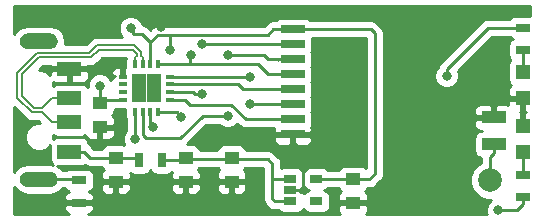
<source format=gbr>
G04 #@! TF.GenerationSoftware,KiCad,Pcbnew,(6.0.0-rc1-dev-438-g6845ac2cc-dirty)*
G04 #@! TF.CreationDate,2018-08-30T21:51:25+02:00*
G04 #@! TF.ProjectId,RapTorS,526170546F72532E6B696361645F7063,rev?*
G04 #@! TF.SameCoordinates,Original*
G04 #@! TF.FileFunction,Copper,L1,Top,Signal*
G04 #@! TF.FilePolarity,Positive*
%FSLAX46Y46*%
G04 Gerber Fmt 4.6, Leading zero omitted, Abs format (unit mm)*
G04 Created by KiCad (PCBNEW (6.0.0-rc1-dev-438-g6845ac2cc-dirty)) date 2018 August 30, Thursday 21:51:25*
%MOMM*%
%LPD*%
G01*
G04 APERTURE LIST*
G04 #@! TA.AperFunction,SMDPad,CuDef*
%ADD10R,1.250000X1.000000*%
G04 #@! TD*
G04 #@! TA.AperFunction,ComponentPad*
%ADD11C,2.000000*%
G04 #@! TD*
G04 #@! TA.AperFunction,SMDPad,CuDef*
%ADD12R,2.000000X1.000000*%
G04 #@! TD*
G04 #@! TA.AperFunction,SMDPad,CuDef*
%ADD13R,2.000000X0.700000*%
G04 #@! TD*
G04 #@! TA.AperFunction,SMDPad,CuDef*
%ADD14R,0.350000X0.800000*%
G04 #@! TD*
G04 #@! TA.AperFunction,SMDPad,CuDef*
%ADD15R,0.800000X0.350000*%
G04 #@! TD*
G04 #@! TA.AperFunction,SMDPad,CuDef*
%ADD16R,1.250000X1.250000*%
G04 #@! TD*
G04 #@! TA.AperFunction,SMDPad,CuDef*
%ADD17R,0.700000X1.300000*%
G04 #@! TD*
G04 #@! TA.AperFunction,SMDPad,CuDef*
%ADD18R,1.200000X1.200000*%
G04 #@! TD*
G04 #@! TA.AperFunction,Conductor*
%ADD19C,0.100000*%
G04 #@! TD*
G04 #@! TA.AperFunction,ComponentPad*
%ADD20C,1.300000*%
G04 #@! TD*
G04 #@! TA.AperFunction,SMDPad,CuDef*
%ADD21R,2.000000X1.200000*%
G04 #@! TD*
G04 #@! TA.AperFunction,SMDPad,CuDef*
%ADD22R,1.300000X0.700000*%
G04 #@! TD*
G04 #@! TA.AperFunction,SMDPad,CuDef*
%ADD23R,1.060000X0.650000*%
G04 #@! TD*
G04 #@! TA.AperFunction,ViaPad*
%ADD24C,0.800000*%
G04 #@! TD*
G04 #@! TA.AperFunction,Conductor*
%ADD25C,0.250000*%
G04 #@! TD*
G04 #@! TA.AperFunction,Conductor*
%ADD26C,0.200000*%
G04 #@! TD*
G04 #@! TA.AperFunction,Conductor*
%ADD27C,0.254000*%
G04 #@! TD*
G04 APERTURE END LIST*
D10*
G04 #@! TO.P,C3,1*
G04 #@! TO.N,+5V*
X157835600Y-104700000D03*
G04 #@! TO.P,C3,2*
G04 #@! TO.N,GND*
X157835600Y-106700000D03*
G04 #@! TD*
G04 #@! TO.P,C6,1*
G04 #@! TO.N,+3V3*
X168122600Y-106508800D03*
G04 #@! TO.P,C6,2*
G04 #@! TO.N,GND*
X168122600Y-108508800D03*
G04 #@! TD*
G04 #@! TO.P,C4,1*
G04 #@! TO.N,+3V3*
X146685000Y-100082600D03*
G04 #@! TO.P,C4,2*
G04 #@! TO.N,GND*
X146685000Y-102082600D03*
G04 #@! TD*
G04 #@! TO.P,C2,1*
G04 #@! TO.N,+5V*
X153949400Y-104700000D03*
G04 #@! TO.P,C2,2*
G04 #@! TO.N,GND*
X153949400Y-106700000D03*
G04 #@! TD*
G04 #@! TO.P,C1,1*
G04 #@! TO.N,Net-(C1-Pad1)*
X148031200Y-104700000D03*
G04 #@! TO.P,C1,2*
G04 #@! TO.N,GND*
X148031200Y-106700000D03*
G04 #@! TD*
D11*
G04 #@! TO.P,ANT1,1*
G04 #@! TO.N,Net-(ANT1-Pad1)*
X179679600Y-106603800D03*
G04 #@! TD*
D12*
G04 #@! TO.P,U3,10*
G04 #@! TO.N,GND*
X180026600Y-101271000D03*
D13*
G04 #@! TO.P,U3,8*
X163026600Y-102711000D03*
G04 #@! TO.P,U3,7*
G04 #@! TO.N,GDO2*
X163026600Y-101441000D03*
G04 #@! TO.P,U3,6*
G04 #@! TO.N,ISPCLK*
X163026600Y-100171000D03*
G04 #@! TO.P,U3,5*
G04 #@! TO.N,MOSI*
X163026600Y-98901000D03*
G04 #@! TO.P,U3,4*
G04 #@! TO.N,ISPDAT*
X163026600Y-97631000D03*
G04 #@! TO.P,U3,3*
G04 #@! TO.N,CSN*
X163026600Y-96361000D03*
G04 #@! TO.P,U3,2*
G04 #@! TO.N,GDO0*
X163026600Y-95091000D03*
D12*
G04 #@! TO.P,U3,9*
G04 #@! TO.N,Net-(ANT1-Pad1)*
X180026600Y-103551000D03*
D13*
G04 #@! TO.P,U3,1*
G04 #@! TO.N,+3V3*
X163026600Y-93821000D03*
G04 #@! TD*
D14*
G04 #@! TO.P,U1,1*
G04 #@! TO.N,LED*
X149662600Y-100787200D03*
G04 #@! TO.P,U1,2*
G04 #@! TO.N,CSN*
X150312600Y-100787200D03*
G04 #@! TO.P,U1,3*
G04 #@! TO.N,~MCLR*
X150962600Y-100787200D03*
G04 #@! TO.P,U1,4*
G04 #@! TO.N,LED_DEBUG*
X151612600Y-100787200D03*
D15*
G04 #@! TO.P,U1,5*
G04 #@! TO.N,GDO2*
X152637600Y-99762200D03*
G04 #@! TO.P,U1,6*
G04 #@! TO.N,GDO0*
X152637600Y-99112200D03*
G04 #@! TO.P,U1,7*
G04 #@! TO.N,MOSI*
X152637600Y-98462200D03*
G04 #@! TO.P,U1,8*
G04 #@! TO.N,ISPCLK*
X152637600Y-97812200D03*
D14*
G04 #@! TO.P,U1,9*
G04 #@! TO.N,ISPDAT*
X151612600Y-96787200D03*
G04 #@! TO.P,U1,10*
G04 #@! TO.N,+3V3*
X150962600Y-96787200D03*
G04 #@! TO.P,U1,11*
G04 #@! TO.N,D-*
X150312600Y-96787200D03*
G04 #@! TO.P,U1,12*
G04 #@! TO.N,D+*
X149662600Y-96787200D03*
D15*
G04 #@! TO.P,U1,13*
G04 #@! TO.N,GND*
X148637600Y-97812200D03*
G04 #@! TO.P,U1,14*
G04 #@! TO.N,N/C*
X148637600Y-98462200D03*
G04 #@! TO.P,U1,15*
X148637600Y-99112200D03*
G04 #@! TO.P,U1,16*
G04 #@! TO.N,+3V3*
X148637600Y-99762200D03*
D16*
G04 #@! TO.P,U1,17*
G04 #@! TO.N,N/C*
X151262600Y-98162200D03*
X150012600Y-98162200D03*
X151262600Y-99412200D03*
X150012600Y-99412200D03*
G04 #@! TD*
D17*
G04 #@! TO.P,L1,1*
G04 #@! TO.N,Net-(C1-Pad1)*
X150017400Y-104851200D03*
G04 #@! TO.P,L1,2*
G04 #@! TO.N,+5V*
X151917400Y-104851200D03*
G04 #@! TD*
D18*
G04 #@! TO.P,D2,2*
G04 #@! TO.N,Net-(D2-Pad2)*
X182499000Y-97426600D03*
G04 #@! TO.P,D2,1*
G04 #@! TO.N,GND*
X182499000Y-99626600D03*
G04 #@! TD*
G04 #@! TO.P,D1,2*
G04 #@! TO.N,Net-(D1-Pad2)*
X182499000Y-104190800D03*
G04 #@! TO.P,D1,1*
G04 #@! TO.N,GND*
X182499000Y-101990800D03*
G04 #@! TD*
D19*
G04 #@! TO.N,Net-(J1-Pad5)*
G04 #@! TO.C,J1*
G36*
X142523911Y-105863729D02*
X142587009Y-105873089D01*
X142648885Y-105888588D01*
X142708944Y-105910077D01*
X142766608Y-105937350D01*
X142821321Y-105970144D01*
X142872556Y-106008142D01*
X142919819Y-106050980D01*
X142962657Y-106098243D01*
X143000655Y-106149478D01*
X143033449Y-106204191D01*
X143060722Y-106261855D01*
X143082211Y-106321914D01*
X143097710Y-106383790D01*
X143107070Y-106446888D01*
X143110200Y-106510599D01*
X143110200Y-106510601D01*
X143107070Y-106574312D01*
X143097710Y-106637410D01*
X143082211Y-106699286D01*
X143060722Y-106759345D01*
X143033449Y-106817009D01*
X143000655Y-106871722D01*
X142962657Y-106922957D01*
X142919819Y-106970220D01*
X142872556Y-107013058D01*
X142821321Y-107051056D01*
X142766608Y-107083850D01*
X142708944Y-107111123D01*
X142648885Y-107132612D01*
X142587009Y-107148111D01*
X142523911Y-107157471D01*
X142460200Y-107160601D01*
X140560200Y-107160601D01*
X140496489Y-107157471D01*
X140433391Y-107148111D01*
X140371515Y-107132612D01*
X140311456Y-107111123D01*
X140253792Y-107083850D01*
X140199079Y-107051056D01*
X140147844Y-107013058D01*
X140100581Y-106970220D01*
X140057743Y-106922957D01*
X140019745Y-106871722D01*
X139986951Y-106817009D01*
X139959678Y-106759345D01*
X139938189Y-106699286D01*
X139922690Y-106637410D01*
X139913330Y-106574312D01*
X139910200Y-106510601D01*
X139910200Y-106510599D01*
X139913330Y-106446888D01*
X139922690Y-106383790D01*
X139938189Y-106321914D01*
X139959678Y-106261855D01*
X139986951Y-106204191D01*
X140019745Y-106149478D01*
X140057743Y-106098243D01*
X140100581Y-106050980D01*
X140147844Y-106008142D01*
X140199079Y-105970144D01*
X140253792Y-105937350D01*
X140311456Y-105910077D01*
X140371515Y-105888588D01*
X140433391Y-105873089D01*
X140496489Y-105863729D01*
X140560200Y-105860599D01*
X142460200Y-105860599D01*
X142523911Y-105863729D01*
X142523911Y-105863729D01*
G37*
D20*
G04 #@! TD*
G04 #@! TO.P,J1,5*
G04 #@! TO.N,Net-(J1-Pad5)*
X141510200Y-106510600D03*
D19*
G04 #@! TO.N,Net-(J1-Pad5)*
G04 #@! TO.C,J1*
G36*
X142523911Y-94163729D02*
X142587009Y-94173089D01*
X142648885Y-94188588D01*
X142708944Y-94210077D01*
X142766608Y-94237350D01*
X142821321Y-94270144D01*
X142872556Y-94308142D01*
X142919819Y-94350980D01*
X142962657Y-94398243D01*
X143000655Y-94449478D01*
X143033449Y-94504191D01*
X143060722Y-94561855D01*
X143082211Y-94621914D01*
X143097710Y-94683790D01*
X143107070Y-94746888D01*
X143110200Y-94810599D01*
X143110200Y-94810601D01*
X143107070Y-94874312D01*
X143097710Y-94937410D01*
X143082211Y-94999286D01*
X143060722Y-95059345D01*
X143033449Y-95117009D01*
X143000655Y-95171722D01*
X142962657Y-95222957D01*
X142919819Y-95270220D01*
X142872556Y-95313058D01*
X142821321Y-95351056D01*
X142766608Y-95383850D01*
X142708944Y-95411123D01*
X142648885Y-95432612D01*
X142587009Y-95448111D01*
X142523911Y-95457471D01*
X142460200Y-95460601D01*
X140560200Y-95460601D01*
X140496489Y-95457471D01*
X140433391Y-95448111D01*
X140371515Y-95432612D01*
X140311456Y-95411123D01*
X140253792Y-95383850D01*
X140199079Y-95351056D01*
X140147844Y-95313058D01*
X140100581Y-95270220D01*
X140057743Y-95222957D01*
X140019745Y-95171722D01*
X139986951Y-95117009D01*
X139959678Y-95059345D01*
X139938189Y-94999286D01*
X139922690Y-94937410D01*
X139913330Y-94874312D01*
X139910200Y-94810601D01*
X139910200Y-94810599D01*
X139913330Y-94746888D01*
X139922690Y-94683790D01*
X139938189Y-94621914D01*
X139959678Y-94561855D01*
X139986951Y-94504191D01*
X140019745Y-94449478D01*
X140057743Y-94398243D01*
X140100581Y-94350980D01*
X140147844Y-94308142D01*
X140199079Y-94270144D01*
X140253792Y-94237350D01*
X140311456Y-94210077D01*
X140371515Y-94188588D01*
X140433391Y-94173089D01*
X140496489Y-94163729D01*
X140560200Y-94160599D01*
X142460200Y-94160599D01*
X142523911Y-94163729D01*
X142523911Y-94163729D01*
G37*
D20*
G04 #@! TD*
G04 #@! TO.P,J1,5*
G04 #@! TO.N,Net-(J1-Pad5)*
X141510200Y-94810600D03*
D21*
G04 #@! TO.P,J1,4*
G04 #@! TO.N,GND*
X144110200Y-97160600D03*
G04 #@! TO.P,J1,3*
G04 #@! TO.N,D+*
X144110200Y-99660600D03*
G04 #@! TO.P,J1,1*
G04 #@! TO.N,Net-(C1-Pad1)*
X144110200Y-104160600D03*
G04 #@! TO.P,J1,2*
G04 #@! TO.N,D-*
X144110200Y-101660600D03*
G04 #@! TD*
D22*
G04 #@! TO.P,R3,1*
G04 #@! TO.N,LED_DEBUG*
X182549800Y-93665000D03*
G04 #@! TO.P,R3,2*
G04 #@! TO.N,Net-(D2-Pad2)*
X182549800Y-95565000D03*
G04 #@! TD*
G04 #@! TO.P,R2,1*
G04 #@! TO.N,LED*
X182499000Y-108026200D03*
G04 #@! TO.P,R2,2*
G04 #@! TO.N,Net-(D1-Pad2)*
X182499000Y-106126200D03*
G04 #@! TD*
G04 #@! TO.P,R1,1*
G04 #@! TO.N,Net-(J1-Pad5)*
X144907000Y-106593600D03*
G04 #@! TO.P,R1,2*
G04 #@! TO.N,GND*
X144907000Y-108493600D03*
G04 #@! TD*
D23*
G04 #@! TO.P,U2,1*
G04 #@! TO.N,+5V*
X162814000Y-106481800D03*
G04 #@! TO.P,U2,2*
G04 #@! TO.N,GND*
X162814000Y-107431800D03*
G04 #@! TO.P,U2,3*
G04 #@! TO.N,+5V*
X162814000Y-108381800D03*
G04 #@! TO.P,U2,4*
G04 #@! TO.N,Net-(U2-Pad4)*
X165014000Y-108381800D03*
G04 #@! TO.P,U2,5*
G04 #@! TO.N,+3V3*
X165014000Y-106481800D03*
G04 #@! TD*
D24*
G04 #@! TO.N,+3V3*
X146685000Y-98577400D03*
X152603200Y-95529400D03*
X149301200Y-93726800D03*
G04 #@! TO.N,GND*
X140766800Y-104521000D03*
X139827000Y-108686600D03*
X148590000Y-102311200D03*
X147116800Y-108559600D03*
X149428200Y-108559600D03*
X151790400Y-108559600D03*
X150622000Y-107365800D03*
X168325800Y-104190800D03*
X168325800Y-100482400D03*
X168325800Y-98602800D03*
X168325800Y-96774000D03*
X166776400Y-95656400D03*
X166776400Y-97688400D03*
X166776400Y-99517200D03*
X166827200Y-101346000D03*
X148183600Y-96596200D03*
X165150800Y-96875600D03*
X165150800Y-100660200D03*
X171704000Y-93370400D03*
X171704000Y-97510600D03*
X173913800Y-100177600D03*
X173812200Y-95351600D03*
X175412400Y-93192600D03*
X179324000Y-96062800D03*
X175793400Y-106908600D03*
X172237400Y-106984800D03*
X141986000Y-92557600D03*
X140131800Y-92557600D03*
X165100000Y-98806000D03*
X151841200Y-93599800D03*
X165582600Y-104165400D03*
X174066200Y-104495600D03*
X177342800Y-100228400D03*
X167487600Y-92430600D03*
X160477200Y-92329000D03*
X144094200Y-92608400D03*
X145237200Y-94005400D03*
G04 #@! TO.N,LED*
X149656800Y-103073200D03*
X180416200Y-109118400D03*
G04 #@! TO.N,LED_DEBUG*
X176047400Y-97764600D03*
X153593800Y-101193600D03*
G04 #@! TO.N,ISPDAT*
X154432000Y-95961200D03*
G04 #@! TO.N,ISPCLK*
X159429200Y-100171000D03*
X159435800Y-97840800D03*
G04 #@! TO.N,GDO0*
X155346400Y-99314000D03*
X155353000Y-95091000D03*
G04 #@! TO.N,~MCLR*
X151206200Y-102082600D03*
G04 #@! TO.N,CSN*
X157505400Y-96012000D03*
X157505400Y-101117400D03*
G04 #@! TD*
D25*
G04 #@! TO.N,+3V3*
X168095600Y-106481800D02*
X168122600Y-106508800D01*
X165014000Y-106481800D02*
X168095600Y-106481800D01*
X168122600Y-106508800D02*
X169513000Y-106508800D01*
X169513000Y-106508800D02*
X169951400Y-106070400D01*
X169951400Y-106070400D02*
X169951400Y-94157800D01*
X169614600Y-93821000D02*
X163026600Y-93821000D01*
X169951400Y-94157800D02*
X169614600Y-93821000D01*
X147005400Y-99762200D02*
X146685000Y-100082600D01*
X148637600Y-99762200D02*
X147005400Y-99762200D01*
X163026600Y-93821000D02*
X161347400Y-93821000D01*
X161347400Y-93821000D02*
X160883600Y-94284800D01*
X150962600Y-94909400D02*
X150962600Y-96787200D01*
X151587200Y-94284800D02*
X150962600Y-94909400D01*
X146685000Y-100082600D02*
X146685000Y-98577400D01*
X152603200Y-94963715D02*
X152603200Y-94284800D01*
X152603200Y-95529400D02*
X152603200Y-94963715D01*
X152603200Y-94284800D02*
X151587200Y-94284800D01*
X160883600Y-94284800D02*
X152603200Y-94284800D01*
X150261800Y-94208600D02*
X150962600Y-94909400D01*
X149510540Y-94208600D02*
X150261800Y-94208600D01*
X149510540Y-93936140D02*
X149510540Y-94208600D01*
X149301200Y-93726800D02*
X149510540Y-93936140D01*
G04 #@! TO.N,+5V*
X161269600Y-106481800D02*
X162814000Y-106481800D01*
X161269600Y-106481800D02*
X161269600Y-108158200D01*
X161493200Y-108381800D02*
X162814000Y-108381800D01*
X161269600Y-108158200D02*
X161493200Y-108381800D01*
X153914600Y-104851200D02*
X153949400Y-104816400D01*
X151917400Y-104851200D02*
X153914600Y-104851200D01*
X153949400Y-104816400D02*
X155355800Y-104816400D01*
X155355800Y-104816400D02*
X157835600Y-104816400D01*
X157835600Y-104816400D02*
X160899600Y-104816400D01*
X161269600Y-105186400D02*
X161269600Y-106481800D01*
X160899600Y-104816400D02*
X161269600Y-105186400D01*
G04 #@! TO.N,GND*
X163594000Y-107431800D02*
X163906200Y-107119600D01*
X162814000Y-107431800D02*
X163594000Y-107431800D01*
X163906200Y-104190600D02*
X163906200Y-107119600D01*
X163026600Y-103311000D02*
X163906200Y-104190600D01*
X163026600Y-102711000D02*
X163026600Y-103311000D01*
X148637600Y-97812200D02*
X148637600Y-97024800D01*
X148209000Y-96596200D02*
X148183600Y-96596200D01*
X148637600Y-97024800D02*
X148209000Y-96596200D01*
G04 #@! TO.N,Net-(J1-Pad5)*
X144824000Y-106510600D02*
X144907000Y-106593600D01*
X141510200Y-106510600D02*
X144824000Y-106510600D01*
G04 #@! TO.N,LED*
X149662600Y-101437200D02*
X149656800Y-101443000D01*
X149662600Y-100787200D02*
X149662600Y-101437200D01*
X149662600Y-103067400D02*
X149656800Y-103073200D01*
X149662600Y-101437200D02*
X149662600Y-103067400D01*
X182499000Y-108626200D02*
X182499000Y-108026200D01*
X182006800Y-109118400D02*
X182499000Y-108626200D01*
X180416200Y-109118400D02*
X182006800Y-109118400D01*
G04 #@! TO.N,Net-(D1-Pad2)*
X182499000Y-104190800D02*
X182499000Y-106126200D01*
G04 #@! TO.N,Net-(D2-Pad2)*
X182549800Y-97375800D02*
X182499000Y-97426600D01*
X182549800Y-95565000D02*
X182549800Y-97375800D01*
G04 #@! TO.N,LED_DEBUG*
X151638000Y-100765400D02*
X151637800Y-100765200D01*
X179581315Y-93665000D02*
X181649800Y-93665000D01*
X181649800Y-93665000D02*
X182549800Y-93665000D01*
X176047400Y-97198915D02*
X179581315Y-93665000D01*
X176047400Y-97764600D02*
X176047400Y-97198915D01*
X151612600Y-100787200D02*
X153187400Y-100787200D01*
X153187400Y-100787200D02*
X153593800Y-101193600D01*
D26*
G04 #@! TO.N,D-*
X139697800Y-99591760D02*
X139697800Y-97486840D01*
X140946640Y-100840600D02*
X139697800Y-99591760D01*
X141790199Y-100840600D02*
X140946640Y-100840600D01*
X142610199Y-101660600D02*
X141790199Y-100840600D01*
X139697800Y-97486840D02*
X141378040Y-95806600D01*
X144110200Y-101660600D02*
X142610199Y-101660600D01*
X141378040Y-95806600D02*
X145797640Y-95806600D01*
X145797640Y-95806600D02*
X146432640Y-95171600D01*
X146432640Y-95171600D02*
X149604360Y-95171600D01*
X150312600Y-96187199D02*
X150312600Y-96787200D01*
X149604360Y-95171600D02*
X150167600Y-95734840D01*
X150167600Y-96042199D02*
X150312600Y-96187199D01*
X150167600Y-95734840D02*
X150167600Y-96042199D01*
D25*
G04 #@! TO.N,Net-(C1-Pad1)*
X145889000Y-104689400D02*
X148031200Y-104689400D01*
X145360200Y-104160600D02*
X145889000Y-104689400D01*
X144110200Y-104160600D02*
X145360200Y-104160600D01*
X149855600Y-104689400D02*
X150017400Y-104851200D01*
X148031200Y-104689400D02*
X149855600Y-104689400D01*
D26*
G04 #@! TO.N,D+*
X140057800Y-97635960D02*
X141527160Y-96166600D01*
X141095760Y-100480600D02*
X140057800Y-99442640D01*
X142610199Y-99660600D02*
X141790199Y-100480600D01*
X141790199Y-100480600D02*
X141095760Y-100480600D01*
X144110200Y-99660600D02*
X142610199Y-99660600D01*
X140057800Y-99442640D02*
X140057800Y-97635960D01*
X141527160Y-96166600D02*
X145946760Y-96166600D01*
X145946760Y-96166600D02*
X146581760Y-95531600D01*
X146581760Y-95531600D02*
X149455240Y-95531600D01*
X149662600Y-96187199D02*
X149662600Y-96787200D01*
X149807600Y-96042199D02*
X149662600Y-96187199D01*
X149807600Y-95883960D02*
X149807600Y-96042199D01*
X149455240Y-95531600D02*
X149807600Y-95883960D01*
D25*
G04 #@! TO.N,ISPDAT*
X160902400Y-97631000D02*
X163026600Y-97631000D01*
X160058600Y-96787200D02*
X160902400Y-97631000D01*
X154355800Y-96787200D02*
X154355800Y-96037400D01*
X151612600Y-96787200D02*
X154355800Y-96787200D01*
X154355800Y-96037400D02*
X154432000Y-95961200D01*
X154355800Y-96787200D02*
X160058600Y-96787200D01*
G04 #@! TO.N,ISPCLK*
X162376600Y-100171000D02*
X163026600Y-100171000D01*
X160597600Y-100171000D02*
X163026600Y-100171000D01*
X159429200Y-100171000D02*
X160597600Y-100171000D01*
X159407200Y-97812200D02*
X159435800Y-97840800D01*
X152637600Y-97812200D02*
X159407200Y-97812200D01*
G04 #@! TO.N,MOSI*
X161740600Y-98901000D02*
X163026600Y-98901000D01*
X158845000Y-98901000D02*
X161740600Y-98901000D01*
X153301200Y-98475800D02*
X158419800Y-98475800D01*
X153287600Y-98462200D02*
X153301200Y-98475800D01*
X158419800Y-98475800D02*
X158845000Y-98901000D01*
X152637600Y-98462200D02*
X153287600Y-98462200D01*
G04 #@! TO.N,GDO0*
X154578915Y-99112200D02*
X153287600Y-99112200D01*
X153287600Y-99112200D02*
X152637600Y-99112200D01*
X154780715Y-99314000D02*
X154578915Y-99112200D01*
X155346400Y-99314000D02*
X154780715Y-99314000D01*
X155797000Y-95091000D02*
X161271200Y-95091000D01*
X161271200Y-95091000D02*
X163026600Y-95091000D01*
X155797000Y-95091000D02*
X155353000Y-95091000D01*
G04 #@! TO.N,GDO2*
X153287600Y-99762200D02*
X153296600Y-99771200D01*
X152637600Y-99762200D02*
X153287600Y-99762200D01*
X153296600Y-99771200D02*
X153898600Y-99771200D01*
X153898600Y-99771200D02*
X154305000Y-100177600D01*
X163026600Y-101441000D02*
X159022800Y-101441000D01*
X157759400Y-100177600D02*
X154305000Y-100177600D01*
X159022800Y-101441000D02*
X157759400Y-100177600D01*
G04 #@! TO.N,~MCLR*
X150962600Y-101839000D02*
X151206200Y-102082600D01*
X150962600Y-100787200D02*
X150962600Y-101839000D01*
G04 #@! TO.N,CSN*
X161776600Y-96361000D02*
X161770000Y-96367600D01*
X163026600Y-96361000D02*
X161776600Y-96361000D01*
X161776600Y-96361000D02*
X160953200Y-96361000D01*
X160953200Y-96361000D02*
X160604200Y-96012000D01*
X160604200Y-96012000D02*
X157505400Y-96012000D01*
X153492200Y-103022400D02*
X155397200Y-101117400D01*
X150571200Y-103022400D02*
X153492200Y-103022400D01*
X150312600Y-102763800D02*
X150571200Y-103022400D01*
X155397200Y-101117400D02*
X157505400Y-101117400D01*
X150312600Y-100787200D02*
X150312600Y-102763800D01*
G04 #@! TO.N,Net-(ANT1-Pad1)*
X179679600Y-104648000D02*
X179679600Y-106603800D01*
X180026600Y-104301000D02*
X179679600Y-104648000D01*
X180026600Y-103551000D02*
X180026600Y-104301000D01*
G04 #@! TD*
D27*
G04 #@! TO.N,GND*
G36*
X183065200Y-92667560D02*
X181899800Y-92667560D01*
X181652035Y-92716843D01*
X181441991Y-92857191D01*
X181410046Y-92905000D01*
X179656163Y-92905000D01*
X179581315Y-92890112D01*
X179506467Y-92905000D01*
X179506463Y-92905000D01*
X179284778Y-92949096D01*
X179033386Y-93117071D01*
X178990986Y-93180527D01*
X175562928Y-96608586D01*
X175499472Y-96650986D01*
X175331496Y-96902378D01*
X175303086Y-97045203D01*
X175169969Y-97178320D01*
X175012400Y-97558726D01*
X175012400Y-97970474D01*
X175169969Y-98350880D01*
X175461120Y-98642031D01*
X175841526Y-98799600D01*
X176253274Y-98799600D01*
X176633680Y-98642031D01*
X176924831Y-98350880D01*
X177082400Y-97970474D01*
X177082400Y-97558726D01*
X176988671Y-97332445D01*
X179896117Y-94425000D01*
X181410046Y-94425000D01*
X181441991Y-94472809D01*
X181652035Y-94613157D01*
X181661300Y-94615000D01*
X181652035Y-94616843D01*
X181441991Y-94757191D01*
X181301643Y-94967235D01*
X181252360Y-95215000D01*
X181252360Y-95915000D01*
X181301643Y-96162765D01*
X181440249Y-96370201D01*
X181300843Y-96578835D01*
X181251560Y-96826600D01*
X181251560Y-98026600D01*
X181300843Y-98274365D01*
X181441191Y-98484409D01*
X181502320Y-98525254D01*
X181360673Y-98666902D01*
X181264000Y-98900291D01*
X181264000Y-99340850D01*
X181422750Y-99499600D01*
X182372000Y-99499600D01*
X182372000Y-99479600D01*
X182626000Y-99479600D01*
X182626000Y-99499600D01*
X182646000Y-99499600D01*
X182646000Y-99753600D01*
X182626000Y-99753600D01*
X182626000Y-100702850D01*
X182731850Y-100808700D01*
X182626000Y-100914550D01*
X182626000Y-101863800D01*
X182646000Y-101863800D01*
X182646000Y-102117800D01*
X182626000Y-102117800D01*
X182626000Y-102137800D01*
X182372000Y-102137800D01*
X182372000Y-102117800D01*
X182352000Y-102117800D01*
X182352000Y-101863800D01*
X182372000Y-101863800D01*
X182372000Y-100914550D01*
X182266150Y-100808700D01*
X182372000Y-100702850D01*
X182372000Y-99753600D01*
X181422750Y-99753600D01*
X181264000Y-99912350D01*
X181264000Y-100182015D01*
X181152909Y-100136000D01*
X180312350Y-100136000D01*
X180153600Y-100294750D01*
X180153600Y-101144000D01*
X180173600Y-101144000D01*
X180173600Y-101398000D01*
X180153600Y-101398000D01*
X180153600Y-101418000D01*
X179899600Y-101418000D01*
X179899600Y-101398000D01*
X178550350Y-101398000D01*
X178391600Y-101556750D01*
X178391600Y-101897310D01*
X178488273Y-102130699D01*
X178666902Y-102309327D01*
X178900291Y-102406000D01*
X179014333Y-102406000D01*
X178778835Y-102452843D01*
X178568791Y-102593191D01*
X178428443Y-102803235D01*
X178379160Y-103051000D01*
X178379160Y-104051000D01*
X178428443Y-104298765D01*
X178568791Y-104508809D01*
X178778835Y-104649157D01*
X178910137Y-104675274D01*
X178919600Y-104722847D01*
X178919600Y-105148891D01*
X178753447Y-105217714D01*
X178293514Y-105677647D01*
X178044600Y-106278578D01*
X178044600Y-106929022D01*
X178293514Y-107529953D01*
X178753447Y-107989886D01*
X179354378Y-108238800D01*
X179835156Y-108238800D01*
X179829920Y-108240969D01*
X179538769Y-108532120D01*
X179381200Y-108912526D01*
X179381200Y-109324274D01*
X179439739Y-109465600D01*
X169188826Y-109465600D01*
X169285927Y-109368498D01*
X169382600Y-109135109D01*
X169382600Y-108794550D01*
X169223850Y-108635800D01*
X168249600Y-108635800D01*
X168249600Y-108655800D01*
X167995600Y-108655800D01*
X167995600Y-108635800D01*
X167021350Y-108635800D01*
X166862600Y-108794550D01*
X166862600Y-109135109D01*
X166959273Y-109368498D01*
X167056374Y-109465600D01*
X145714695Y-109465600D01*
X145916699Y-109381927D01*
X146095327Y-109203298D01*
X146192000Y-108969909D01*
X146192000Y-108779350D01*
X146033250Y-108620600D01*
X145034000Y-108620600D01*
X145034000Y-108640600D01*
X144780000Y-108640600D01*
X144780000Y-108620600D01*
X143780750Y-108620600D01*
X143622000Y-108779350D01*
X143622000Y-108969909D01*
X143718673Y-109203298D01*
X143897301Y-109381927D01*
X144099305Y-109465600D01*
X139455200Y-109465600D01*
X139455200Y-107147309D01*
X139642771Y-107428030D01*
X140063691Y-107709279D01*
X140560200Y-107808041D01*
X142460200Y-107808041D01*
X142956709Y-107709279D01*
X143377629Y-107428030D01*
X143482820Y-107270600D01*
X143711787Y-107270600D01*
X143799191Y-107401409D01*
X144009235Y-107541757D01*
X144037209Y-107547321D01*
X143897301Y-107605273D01*
X143718673Y-107783902D01*
X143622000Y-108017291D01*
X143622000Y-108207850D01*
X143780750Y-108366600D01*
X144780000Y-108366600D01*
X144780000Y-108346600D01*
X145034000Y-108346600D01*
X145034000Y-108366600D01*
X146033250Y-108366600D01*
X146192000Y-108207850D01*
X146192000Y-108017291D01*
X146095327Y-107783902D01*
X145916699Y-107605273D01*
X145776791Y-107547321D01*
X145804765Y-107541757D01*
X146014809Y-107401409D01*
X146155157Y-107191365D01*
X146196055Y-106985750D01*
X146771200Y-106985750D01*
X146771200Y-107326309D01*
X146867873Y-107559698D01*
X147046501Y-107738327D01*
X147279890Y-107835000D01*
X147745450Y-107835000D01*
X147904200Y-107676250D01*
X147904200Y-106827000D01*
X148158200Y-106827000D01*
X148158200Y-107676250D01*
X148316950Y-107835000D01*
X148782510Y-107835000D01*
X149015899Y-107738327D01*
X149194527Y-107559698D01*
X149291200Y-107326309D01*
X149291200Y-106985750D01*
X152689400Y-106985750D01*
X152689400Y-107326309D01*
X152786073Y-107559698D01*
X152964701Y-107738327D01*
X153198090Y-107835000D01*
X153663650Y-107835000D01*
X153822400Y-107676250D01*
X153822400Y-106827000D01*
X154076400Y-106827000D01*
X154076400Y-107676250D01*
X154235150Y-107835000D01*
X154700710Y-107835000D01*
X154934099Y-107738327D01*
X155112727Y-107559698D01*
X155209400Y-107326309D01*
X155209400Y-106985750D01*
X156575600Y-106985750D01*
X156575600Y-107326309D01*
X156672273Y-107559698D01*
X156850901Y-107738327D01*
X157084290Y-107835000D01*
X157549850Y-107835000D01*
X157708600Y-107676250D01*
X157708600Y-106827000D01*
X157962600Y-106827000D01*
X157962600Y-107676250D01*
X158121350Y-107835000D01*
X158586910Y-107835000D01*
X158820299Y-107738327D01*
X158998927Y-107559698D01*
X159095600Y-107326309D01*
X159095600Y-106985750D01*
X158936850Y-106827000D01*
X157962600Y-106827000D01*
X157708600Y-106827000D01*
X156734350Y-106827000D01*
X156575600Y-106985750D01*
X155209400Y-106985750D01*
X155050650Y-106827000D01*
X154076400Y-106827000D01*
X153822400Y-106827000D01*
X152848150Y-106827000D01*
X152689400Y-106985750D01*
X149291200Y-106985750D01*
X149132450Y-106827000D01*
X148158200Y-106827000D01*
X147904200Y-106827000D01*
X146929950Y-106827000D01*
X146771200Y-106985750D01*
X146196055Y-106985750D01*
X146204440Y-106943600D01*
X146204440Y-106243600D01*
X146155157Y-105995835D01*
X146014809Y-105785791D01*
X145804765Y-105645443D01*
X145557000Y-105596160D01*
X144257000Y-105596160D01*
X144009235Y-105645443D01*
X143851858Y-105750600D01*
X143482820Y-105750600D01*
X143377629Y-105593170D01*
X143096476Y-105405310D01*
X143110200Y-105408040D01*
X145110200Y-105408040D01*
X145357965Y-105358757D01*
X145440383Y-105303687D01*
X145592463Y-105405304D01*
X145814148Y-105449400D01*
X145814152Y-105449400D01*
X145888999Y-105464288D01*
X145963846Y-105449400D01*
X146809135Y-105449400D01*
X146948391Y-105657809D01*
X147009520Y-105698654D01*
X146867873Y-105840302D01*
X146771200Y-106073691D01*
X146771200Y-106414250D01*
X146929950Y-106573000D01*
X147904200Y-106573000D01*
X147904200Y-106553000D01*
X148158200Y-106553000D01*
X148158200Y-106573000D01*
X149132450Y-106573000D01*
X149291200Y-106414250D01*
X149291200Y-106073691D01*
X149256749Y-105990519D01*
X149419635Y-106099357D01*
X149667400Y-106148640D01*
X150367400Y-106148640D01*
X150615165Y-106099357D01*
X150825209Y-105959009D01*
X150965557Y-105748965D01*
X150967400Y-105739700D01*
X150969243Y-105748965D01*
X151109591Y-105959009D01*
X151319635Y-106099357D01*
X151567400Y-106148640D01*
X152267400Y-106148640D01*
X152515165Y-106099357D01*
X152725209Y-105959009D01*
X152755975Y-105912965D01*
X152689400Y-106073691D01*
X152689400Y-106414250D01*
X152848150Y-106573000D01*
X153822400Y-106573000D01*
X153822400Y-106553000D01*
X154076400Y-106553000D01*
X154076400Y-106573000D01*
X155050650Y-106573000D01*
X155209400Y-106414250D01*
X155209400Y-106073691D01*
X155112727Y-105840302D01*
X154971080Y-105698654D01*
X155032209Y-105657809D01*
X155086605Y-105576400D01*
X156698395Y-105576400D01*
X156752791Y-105657809D01*
X156813920Y-105698654D01*
X156672273Y-105840302D01*
X156575600Y-106073691D01*
X156575600Y-106414250D01*
X156734350Y-106573000D01*
X157708600Y-106573000D01*
X157708600Y-106553000D01*
X157962600Y-106553000D01*
X157962600Y-106573000D01*
X158936850Y-106573000D01*
X159095600Y-106414250D01*
X159095600Y-106073691D01*
X158998927Y-105840302D01*
X158857280Y-105698654D01*
X158918409Y-105657809D01*
X158972805Y-105576400D01*
X160509600Y-105576400D01*
X160509601Y-106406944D01*
X160494711Y-106481800D01*
X160509600Y-106556652D01*
X160509601Y-108083349D01*
X160494712Y-108158200D01*
X160553697Y-108454737D01*
X160674680Y-108635800D01*
X160721672Y-108706129D01*
X160785128Y-108748529D01*
X160902869Y-108866270D01*
X160945271Y-108929729D01*
X161196663Y-109097704D01*
X161418348Y-109141800D01*
X161418352Y-109141800D01*
X161493199Y-109156688D01*
X161568046Y-109141800D01*
X161810950Y-109141800D01*
X161826191Y-109164609D01*
X162036235Y-109304957D01*
X162284000Y-109354240D01*
X163344000Y-109354240D01*
X163591765Y-109304957D01*
X163801809Y-109164609D01*
X163914000Y-108996705D01*
X164026191Y-109164609D01*
X164236235Y-109304957D01*
X164484000Y-109354240D01*
X165544000Y-109354240D01*
X165791765Y-109304957D01*
X166001809Y-109164609D01*
X166142157Y-108954565D01*
X166191440Y-108706800D01*
X166191440Y-108056800D01*
X166142157Y-107809035D01*
X166001809Y-107598991D01*
X165791765Y-107458643D01*
X165656815Y-107431800D01*
X165791765Y-107404957D01*
X166001809Y-107264609D01*
X166017050Y-107241800D01*
X166896506Y-107241800D01*
X166899443Y-107256565D01*
X167039791Y-107466609D01*
X167100920Y-107507454D01*
X166959273Y-107649102D01*
X166862600Y-107882491D01*
X166862600Y-108223050D01*
X167021350Y-108381800D01*
X167995600Y-108381800D01*
X167995600Y-108361800D01*
X168249600Y-108361800D01*
X168249600Y-108381800D01*
X169223850Y-108381800D01*
X169382600Y-108223050D01*
X169382600Y-107882491D01*
X169285927Y-107649102D01*
X169144280Y-107507454D01*
X169205409Y-107466609D01*
X169337582Y-107268800D01*
X169438153Y-107268800D01*
X169513000Y-107283688D01*
X169587847Y-107268800D01*
X169587852Y-107268800D01*
X169809537Y-107224704D01*
X170060929Y-107056729D01*
X170103331Y-106993270D01*
X170435870Y-106660731D01*
X170499329Y-106618329D01*
X170667304Y-106366937D01*
X170711400Y-106145252D01*
X170711400Y-106145248D01*
X170726288Y-106070401D01*
X170711400Y-105995554D01*
X170711400Y-100644690D01*
X178391600Y-100644690D01*
X178391600Y-100985250D01*
X178550350Y-101144000D01*
X179899600Y-101144000D01*
X179899600Y-100294750D01*
X179740850Y-100136000D01*
X178900291Y-100136000D01*
X178666902Y-100232673D01*
X178488273Y-100411301D01*
X178391600Y-100644690D01*
X170711400Y-100644690D01*
X170711400Y-94232646D01*
X170726288Y-94157799D01*
X170711400Y-94082952D01*
X170711400Y-94082948D01*
X170667304Y-93861263D01*
X170499329Y-93609871D01*
X170435870Y-93567469D01*
X170204931Y-93336530D01*
X170162529Y-93273071D01*
X169911137Y-93105096D01*
X169689452Y-93061000D01*
X169689447Y-93061000D01*
X169614600Y-93046112D01*
X169539753Y-93061000D01*
X164516354Y-93061000D01*
X164484409Y-93013191D01*
X164274365Y-92872843D01*
X164026600Y-92823560D01*
X162026600Y-92823560D01*
X161778835Y-92872843D01*
X161568791Y-93013191D01*
X161536846Y-93061000D01*
X161422246Y-93061000D01*
X161347399Y-93046112D01*
X161272552Y-93061000D01*
X161272548Y-93061000D01*
X161050863Y-93105096D01*
X160799471Y-93273071D01*
X160757069Y-93336530D01*
X160568799Y-93524800D01*
X152678052Y-93524800D01*
X152603200Y-93509911D01*
X152528348Y-93524800D01*
X151662048Y-93524800D01*
X151587200Y-93509912D01*
X151512352Y-93524800D01*
X151512348Y-93524800D01*
X151338805Y-93559320D01*
X151290662Y-93568896D01*
X151184841Y-93639604D01*
X151039271Y-93736871D01*
X150996871Y-93800327D01*
X150962600Y-93834598D01*
X150852131Y-93724130D01*
X150809729Y-93660671D01*
X150558337Y-93492696D01*
X150336652Y-93448600D01*
X150336647Y-93448600D01*
X150303512Y-93442009D01*
X150178631Y-93140520D01*
X149887480Y-92849369D01*
X149507074Y-92691800D01*
X149095326Y-92691800D01*
X148714920Y-92849369D01*
X148423769Y-93140520D01*
X148266200Y-93520926D01*
X148266200Y-93932674D01*
X148423769Y-94313080D01*
X148547289Y-94436600D01*
X146505028Y-94436600D01*
X146432640Y-94422201D01*
X146360252Y-94436600D01*
X146145857Y-94479246D01*
X145902735Y-94641695D01*
X145861730Y-94703063D01*
X145493194Y-95071600D01*
X143705724Y-95071600D01*
X143757640Y-94810601D01*
X143757640Y-94810599D01*
X143658878Y-94314090D01*
X143377629Y-93893170D01*
X142956709Y-93611921D01*
X142460200Y-93513159D01*
X140560200Y-93513159D01*
X140063691Y-93611921D01*
X139642771Y-93893170D01*
X139455200Y-94173891D01*
X139455200Y-91855600D01*
X183065200Y-91855600D01*
X183065200Y-92667560D01*
X183065200Y-92667560D01*
G37*
X183065200Y-92667560D02*
X181899800Y-92667560D01*
X181652035Y-92716843D01*
X181441991Y-92857191D01*
X181410046Y-92905000D01*
X179656163Y-92905000D01*
X179581315Y-92890112D01*
X179506467Y-92905000D01*
X179506463Y-92905000D01*
X179284778Y-92949096D01*
X179033386Y-93117071D01*
X178990986Y-93180527D01*
X175562928Y-96608586D01*
X175499472Y-96650986D01*
X175331496Y-96902378D01*
X175303086Y-97045203D01*
X175169969Y-97178320D01*
X175012400Y-97558726D01*
X175012400Y-97970474D01*
X175169969Y-98350880D01*
X175461120Y-98642031D01*
X175841526Y-98799600D01*
X176253274Y-98799600D01*
X176633680Y-98642031D01*
X176924831Y-98350880D01*
X177082400Y-97970474D01*
X177082400Y-97558726D01*
X176988671Y-97332445D01*
X179896117Y-94425000D01*
X181410046Y-94425000D01*
X181441991Y-94472809D01*
X181652035Y-94613157D01*
X181661300Y-94615000D01*
X181652035Y-94616843D01*
X181441991Y-94757191D01*
X181301643Y-94967235D01*
X181252360Y-95215000D01*
X181252360Y-95915000D01*
X181301643Y-96162765D01*
X181440249Y-96370201D01*
X181300843Y-96578835D01*
X181251560Y-96826600D01*
X181251560Y-98026600D01*
X181300843Y-98274365D01*
X181441191Y-98484409D01*
X181502320Y-98525254D01*
X181360673Y-98666902D01*
X181264000Y-98900291D01*
X181264000Y-99340850D01*
X181422750Y-99499600D01*
X182372000Y-99499600D01*
X182372000Y-99479600D01*
X182626000Y-99479600D01*
X182626000Y-99499600D01*
X182646000Y-99499600D01*
X182646000Y-99753600D01*
X182626000Y-99753600D01*
X182626000Y-100702850D01*
X182731850Y-100808700D01*
X182626000Y-100914550D01*
X182626000Y-101863800D01*
X182646000Y-101863800D01*
X182646000Y-102117800D01*
X182626000Y-102117800D01*
X182626000Y-102137800D01*
X182372000Y-102137800D01*
X182372000Y-102117800D01*
X182352000Y-102117800D01*
X182352000Y-101863800D01*
X182372000Y-101863800D01*
X182372000Y-100914550D01*
X182266150Y-100808700D01*
X182372000Y-100702850D01*
X182372000Y-99753600D01*
X181422750Y-99753600D01*
X181264000Y-99912350D01*
X181264000Y-100182015D01*
X181152909Y-100136000D01*
X180312350Y-100136000D01*
X180153600Y-100294750D01*
X180153600Y-101144000D01*
X180173600Y-101144000D01*
X180173600Y-101398000D01*
X180153600Y-101398000D01*
X180153600Y-101418000D01*
X179899600Y-101418000D01*
X179899600Y-101398000D01*
X178550350Y-101398000D01*
X178391600Y-101556750D01*
X178391600Y-101897310D01*
X178488273Y-102130699D01*
X178666902Y-102309327D01*
X178900291Y-102406000D01*
X179014333Y-102406000D01*
X178778835Y-102452843D01*
X178568791Y-102593191D01*
X178428443Y-102803235D01*
X178379160Y-103051000D01*
X178379160Y-104051000D01*
X178428443Y-104298765D01*
X178568791Y-104508809D01*
X178778835Y-104649157D01*
X178910137Y-104675274D01*
X178919600Y-104722847D01*
X178919600Y-105148891D01*
X178753447Y-105217714D01*
X178293514Y-105677647D01*
X178044600Y-106278578D01*
X178044600Y-106929022D01*
X178293514Y-107529953D01*
X178753447Y-107989886D01*
X179354378Y-108238800D01*
X179835156Y-108238800D01*
X179829920Y-108240969D01*
X179538769Y-108532120D01*
X179381200Y-108912526D01*
X179381200Y-109324274D01*
X179439739Y-109465600D01*
X169188826Y-109465600D01*
X169285927Y-109368498D01*
X169382600Y-109135109D01*
X169382600Y-108794550D01*
X169223850Y-108635800D01*
X168249600Y-108635800D01*
X168249600Y-108655800D01*
X167995600Y-108655800D01*
X167995600Y-108635800D01*
X167021350Y-108635800D01*
X166862600Y-108794550D01*
X166862600Y-109135109D01*
X166959273Y-109368498D01*
X167056374Y-109465600D01*
X145714695Y-109465600D01*
X145916699Y-109381927D01*
X146095327Y-109203298D01*
X146192000Y-108969909D01*
X146192000Y-108779350D01*
X146033250Y-108620600D01*
X145034000Y-108620600D01*
X145034000Y-108640600D01*
X144780000Y-108640600D01*
X144780000Y-108620600D01*
X143780750Y-108620600D01*
X143622000Y-108779350D01*
X143622000Y-108969909D01*
X143718673Y-109203298D01*
X143897301Y-109381927D01*
X144099305Y-109465600D01*
X139455200Y-109465600D01*
X139455200Y-107147309D01*
X139642771Y-107428030D01*
X140063691Y-107709279D01*
X140560200Y-107808041D01*
X142460200Y-107808041D01*
X142956709Y-107709279D01*
X143377629Y-107428030D01*
X143482820Y-107270600D01*
X143711787Y-107270600D01*
X143799191Y-107401409D01*
X144009235Y-107541757D01*
X144037209Y-107547321D01*
X143897301Y-107605273D01*
X143718673Y-107783902D01*
X143622000Y-108017291D01*
X143622000Y-108207850D01*
X143780750Y-108366600D01*
X144780000Y-108366600D01*
X144780000Y-108346600D01*
X145034000Y-108346600D01*
X145034000Y-108366600D01*
X146033250Y-108366600D01*
X146192000Y-108207850D01*
X146192000Y-108017291D01*
X146095327Y-107783902D01*
X145916699Y-107605273D01*
X145776791Y-107547321D01*
X145804765Y-107541757D01*
X146014809Y-107401409D01*
X146155157Y-107191365D01*
X146196055Y-106985750D01*
X146771200Y-106985750D01*
X146771200Y-107326309D01*
X146867873Y-107559698D01*
X147046501Y-107738327D01*
X147279890Y-107835000D01*
X147745450Y-107835000D01*
X147904200Y-107676250D01*
X147904200Y-106827000D01*
X148158200Y-106827000D01*
X148158200Y-107676250D01*
X148316950Y-107835000D01*
X148782510Y-107835000D01*
X149015899Y-107738327D01*
X149194527Y-107559698D01*
X149291200Y-107326309D01*
X149291200Y-106985750D01*
X152689400Y-106985750D01*
X152689400Y-107326309D01*
X152786073Y-107559698D01*
X152964701Y-107738327D01*
X153198090Y-107835000D01*
X153663650Y-107835000D01*
X153822400Y-107676250D01*
X153822400Y-106827000D01*
X154076400Y-106827000D01*
X154076400Y-107676250D01*
X154235150Y-107835000D01*
X154700710Y-107835000D01*
X154934099Y-107738327D01*
X155112727Y-107559698D01*
X155209400Y-107326309D01*
X155209400Y-106985750D01*
X156575600Y-106985750D01*
X156575600Y-107326309D01*
X156672273Y-107559698D01*
X156850901Y-107738327D01*
X157084290Y-107835000D01*
X157549850Y-107835000D01*
X157708600Y-107676250D01*
X157708600Y-106827000D01*
X157962600Y-106827000D01*
X157962600Y-107676250D01*
X158121350Y-107835000D01*
X158586910Y-107835000D01*
X158820299Y-107738327D01*
X158998927Y-107559698D01*
X159095600Y-107326309D01*
X159095600Y-106985750D01*
X158936850Y-106827000D01*
X157962600Y-106827000D01*
X157708600Y-106827000D01*
X156734350Y-106827000D01*
X156575600Y-106985750D01*
X155209400Y-106985750D01*
X155050650Y-106827000D01*
X154076400Y-106827000D01*
X153822400Y-106827000D01*
X152848150Y-106827000D01*
X152689400Y-106985750D01*
X149291200Y-106985750D01*
X149132450Y-106827000D01*
X148158200Y-106827000D01*
X147904200Y-106827000D01*
X146929950Y-106827000D01*
X146771200Y-106985750D01*
X146196055Y-106985750D01*
X146204440Y-106943600D01*
X146204440Y-106243600D01*
X146155157Y-105995835D01*
X146014809Y-105785791D01*
X145804765Y-105645443D01*
X145557000Y-105596160D01*
X144257000Y-105596160D01*
X144009235Y-105645443D01*
X143851858Y-105750600D01*
X143482820Y-105750600D01*
X143377629Y-105593170D01*
X143096476Y-105405310D01*
X143110200Y-105408040D01*
X145110200Y-105408040D01*
X145357965Y-105358757D01*
X145440383Y-105303687D01*
X145592463Y-105405304D01*
X145814148Y-105449400D01*
X145814152Y-105449400D01*
X145888999Y-105464288D01*
X145963846Y-105449400D01*
X146809135Y-105449400D01*
X146948391Y-105657809D01*
X147009520Y-105698654D01*
X146867873Y-105840302D01*
X146771200Y-106073691D01*
X146771200Y-106414250D01*
X146929950Y-106573000D01*
X147904200Y-106573000D01*
X147904200Y-106553000D01*
X148158200Y-106553000D01*
X148158200Y-106573000D01*
X149132450Y-106573000D01*
X149291200Y-106414250D01*
X149291200Y-106073691D01*
X149256749Y-105990519D01*
X149419635Y-106099357D01*
X149667400Y-106148640D01*
X150367400Y-106148640D01*
X150615165Y-106099357D01*
X150825209Y-105959009D01*
X150965557Y-105748965D01*
X150967400Y-105739700D01*
X150969243Y-105748965D01*
X151109591Y-105959009D01*
X151319635Y-106099357D01*
X151567400Y-106148640D01*
X152267400Y-106148640D01*
X152515165Y-106099357D01*
X152725209Y-105959009D01*
X152755975Y-105912965D01*
X152689400Y-106073691D01*
X152689400Y-106414250D01*
X152848150Y-106573000D01*
X153822400Y-106573000D01*
X153822400Y-106553000D01*
X154076400Y-106553000D01*
X154076400Y-106573000D01*
X155050650Y-106573000D01*
X155209400Y-106414250D01*
X155209400Y-106073691D01*
X155112727Y-105840302D01*
X154971080Y-105698654D01*
X155032209Y-105657809D01*
X155086605Y-105576400D01*
X156698395Y-105576400D01*
X156752791Y-105657809D01*
X156813920Y-105698654D01*
X156672273Y-105840302D01*
X156575600Y-106073691D01*
X156575600Y-106414250D01*
X156734350Y-106573000D01*
X157708600Y-106573000D01*
X157708600Y-106553000D01*
X157962600Y-106553000D01*
X157962600Y-106573000D01*
X158936850Y-106573000D01*
X159095600Y-106414250D01*
X159095600Y-106073691D01*
X158998927Y-105840302D01*
X158857280Y-105698654D01*
X158918409Y-105657809D01*
X158972805Y-105576400D01*
X160509600Y-105576400D01*
X160509601Y-106406944D01*
X160494711Y-106481800D01*
X160509600Y-106556652D01*
X160509601Y-108083349D01*
X160494712Y-108158200D01*
X160553697Y-108454737D01*
X160674680Y-108635800D01*
X160721672Y-108706129D01*
X160785128Y-108748529D01*
X160902869Y-108866270D01*
X160945271Y-108929729D01*
X161196663Y-109097704D01*
X161418348Y-109141800D01*
X161418352Y-109141800D01*
X161493199Y-109156688D01*
X161568046Y-109141800D01*
X161810950Y-109141800D01*
X161826191Y-109164609D01*
X162036235Y-109304957D01*
X162284000Y-109354240D01*
X163344000Y-109354240D01*
X163591765Y-109304957D01*
X163801809Y-109164609D01*
X163914000Y-108996705D01*
X164026191Y-109164609D01*
X164236235Y-109304957D01*
X164484000Y-109354240D01*
X165544000Y-109354240D01*
X165791765Y-109304957D01*
X166001809Y-109164609D01*
X166142157Y-108954565D01*
X166191440Y-108706800D01*
X166191440Y-108056800D01*
X166142157Y-107809035D01*
X166001809Y-107598991D01*
X165791765Y-107458643D01*
X165656815Y-107431800D01*
X165791765Y-107404957D01*
X166001809Y-107264609D01*
X166017050Y-107241800D01*
X166896506Y-107241800D01*
X166899443Y-107256565D01*
X167039791Y-107466609D01*
X167100920Y-107507454D01*
X166959273Y-107649102D01*
X166862600Y-107882491D01*
X166862600Y-108223050D01*
X167021350Y-108381800D01*
X167995600Y-108381800D01*
X167995600Y-108361800D01*
X168249600Y-108361800D01*
X168249600Y-108381800D01*
X169223850Y-108381800D01*
X169382600Y-108223050D01*
X169382600Y-107882491D01*
X169285927Y-107649102D01*
X169144280Y-107507454D01*
X169205409Y-107466609D01*
X169337582Y-107268800D01*
X169438153Y-107268800D01*
X169513000Y-107283688D01*
X169587847Y-107268800D01*
X169587852Y-107268800D01*
X169809537Y-107224704D01*
X170060929Y-107056729D01*
X170103331Y-106993270D01*
X170435870Y-106660731D01*
X170499329Y-106618329D01*
X170667304Y-106366937D01*
X170711400Y-106145252D01*
X170711400Y-106145248D01*
X170726288Y-106070401D01*
X170711400Y-105995554D01*
X170711400Y-100644690D01*
X178391600Y-100644690D01*
X178391600Y-100985250D01*
X178550350Y-101144000D01*
X179899600Y-101144000D01*
X179899600Y-100294750D01*
X179740850Y-100136000D01*
X178900291Y-100136000D01*
X178666902Y-100232673D01*
X178488273Y-100411301D01*
X178391600Y-100644690D01*
X170711400Y-100644690D01*
X170711400Y-94232646D01*
X170726288Y-94157799D01*
X170711400Y-94082952D01*
X170711400Y-94082948D01*
X170667304Y-93861263D01*
X170499329Y-93609871D01*
X170435870Y-93567469D01*
X170204931Y-93336530D01*
X170162529Y-93273071D01*
X169911137Y-93105096D01*
X169689452Y-93061000D01*
X169689447Y-93061000D01*
X169614600Y-93046112D01*
X169539753Y-93061000D01*
X164516354Y-93061000D01*
X164484409Y-93013191D01*
X164274365Y-92872843D01*
X164026600Y-92823560D01*
X162026600Y-92823560D01*
X161778835Y-92872843D01*
X161568791Y-93013191D01*
X161536846Y-93061000D01*
X161422246Y-93061000D01*
X161347399Y-93046112D01*
X161272552Y-93061000D01*
X161272548Y-93061000D01*
X161050863Y-93105096D01*
X160799471Y-93273071D01*
X160757069Y-93336530D01*
X160568799Y-93524800D01*
X152678052Y-93524800D01*
X152603200Y-93509911D01*
X152528348Y-93524800D01*
X151662048Y-93524800D01*
X151587200Y-93509912D01*
X151512352Y-93524800D01*
X151512348Y-93524800D01*
X151338805Y-93559320D01*
X151290662Y-93568896D01*
X151184841Y-93639604D01*
X151039271Y-93736871D01*
X150996871Y-93800327D01*
X150962600Y-93834598D01*
X150852131Y-93724130D01*
X150809729Y-93660671D01*
X150558337Y-93492696D01*
X150336652Y-93448600D01*
X150336647Y-93448600D01*
X150303512Y-93442009D01*
X150178631Y-93140520D01*
X149887480Y-92849369D01*
X149507074Y-92691800D01*
X149095326Y-92691800D01*
X148714920Y-92849369D01*
X148423769Y-93140520D01*
X148266200Y-93520926D01*
X148266200Y-93932674D01*
X148423769Y-94313080D01*
X148547289Y-94436600D01*
X146505028Y-94436600D01*
X146432640Y-94422201D01*
X146360252Y-94436600D01*
X146145857Y-94479246D01*
X145902735Y-94641695D01*
X145861730Y-94703063D01*
X145493194Y-95071600D01*
X143705724Y-95071600D01*
X143757640Y-94810601D01*
X143757640Y-94810599D01*
X143658878Y-94314090D01*
X143377629Y-93893170D01*
X142956709Y-93611921D01*
X142460200Y-93513159D01*
X140560200Y-93513159D01*
X140063691Y-93611921D01*
X139642771Y-93893170D01*
X139455200Y-94173891D01*
X139455200Y-91855600D01*
X183065200Y-91855600D01*
X183065200Y-92667560D01*
G36*
X164026191Y-107264609D02*
X164236235Y-107404957D01*
X164371185Y-107431800D01*
X164236235Y-107458643D01*
X164026191Y-107598991D01*
X163959801Y-107698351D01*
X163820250Y-107558800D01*
X163741659Y-107558800D01*
X163591765Y-107458643D01*
X163456815Y-107431800D01*
X163591765Y-107404957D01*
X163741659Y-107304800D01*
X163820250Y-107304800D01*
X163959801Y-107165249D01*
X164026191Y-107264609D01*
X164026191Y-107264609D01*
G37*
X164026191Y-107264609D02*
X164236235Y-107404957D01*
X164371185Y-107431800D01*
X164236235Y-107458643D01*
X164026191Y-107598991D01*
X163959801Y-107698351D01*
X163820250Y-107558800D01*
X163741659Y-107558800D01*
X163591765Y-107458643D01*
X163456815Y-107431800D01*
X163591765Y-107404957D01*
X163741659Y-107304800D01*
X163820250Y-107304800D01*
X163959801Y-107165249D01*
X164026191Y-107264609D01*
G36*
X140375730Y-101309137D02*
X140416735Y-101370505D01*
X140659857Y-101532954D01*
X140874252Y-101575600D01*
X140874255Y-101575600D01*
X140946639Y-101589998D01*
X141019023Y-101575600D01*
X141485753Y-101575600D01*
X141635753Y-101725600D01*
X141274489Y-101725600D01*
X140838951Y-101906005D01*
X140505605Y-102239351D01*
X140325200Y-102674889D01*
X140325200Y-103146311D01*
X140505605Y-103581849D01*
X140838951Y-103915195D01*
X141274489Y-104095600D01*
X141745911Y-104095600D01*
X142181449Y-103915195D01*
X142462760Y-103633884D01*
X142462760Y-104760600D01*
X142512043Y-105008365D01*
X142652391Y-105218409D01*
X142722669Y-105265367D01*
X142460200Y-105213159D01*
X140560200Y-105213159D01*
X140063691Y-105311921D01*
X139642771Y-105593170D01*
X139455200Y-105873891D01*
X139455200Y-100388606D01*
X140375730Y-101309137D01*
X140375730Y-101309137D01*
G37*
X140375730Y-101309137D02*
X140416735Y-101370505D01*
X140659857Y-101532954D01*
X140874252Y-101575600D01*
X140874255Y-101575600D01*
X140946639Y-101589998D01*
X141019023Y-101575600D01*
X141485753Y-101575600D01*
X141635753Y-101725600D01*
X141274489Y-101725600D01*
X140838951Y-101906005D01*
X140505605Y-102239351D01*
X140325200Y-102674889D01*
X140325200Y-103146311D01*
X140505605Y-103581849D01*
X140838951Y-103915195D01*
X141274489Y-104095600D01*
X141745911Y-104095600D01*
X142181449Y-103915195D01*
X142462760Y-103633884D01*
X142462760Y-104760600D01*
X142512043Y-105008365D01*
X142652391Y-105218409D01*
X142722669Y-105265367D01*
X142460200Y-105213159D01*
X140560200Y-105213159D01*
X140063691Y-105311921D01*
X139642771Y-105593170D01*
X139455200Y-105873891D01*
X139455200Y-100388606D01*
X140375730Y-101309137D01*
G36*
X169191400Y-105541630D02*
X168995365Y-105410643D01*
X168747600Y-105361360D01*
X167497600Y-105361360D01*
X167249835Y-105410643D01*
X167039791Y-105550991D01*
X166925659Y-105721800D01*
X166017050Y-105721800D01*
X166001809Y-105698991D01*
X165791765Y-105558643D01*
X165544000Y-105509360D01*
X164484000Y-105509360D01*
X164236235Y-105558643D01*
X164026191Y-105698991D01*
X163914000Y-105866895D01*
X163801809Y-105698991D01*
X163591765Y-105558643D01*
X163344000Y-105509360D01*
X162284000Y-105509360D01*
X162036235Y-105558643D01*
X162029600Y-105563076D01*
X162029600Y-105261246D01*
X162044488Y-105186399D01*
X162029600Y-105111552D01*
X162029600Y-105111548D01*
X161985504Y-104889863D01*
X161817529Y-104638471D01*
X161754070Y-104596069D01*
X161489931Y-104331930D01*
X161447529Y-104268471D01*
X161196137Y-104100496D01*
X160974452Y-104056400D01*
X160974447Y-104056400D01*
X160899600Y-104041512D01*
X160824753Y-104056400D01*
X159079476Y-104056400D01*
X159058757Y-103952235D01*
X158918409Y-103742191D01*
X158708365Y-103601843D01*
X158460600Y-103552560D01*
X157210600Y-103552560D01*
X156962835Y-103601843D01*
X156752791Y-103742191D01*
X156612443Y-103952235D01*
X156591724Y-104056400D01*
X155193276Y-104056400D01*
X155172557Y-103952235D01*
X155032209Y-103742191D01*
X154822165Y-103601843D01*
X154574400Y-103552560D01*
X154052002Y-103552560D01*
X154082531Y-103506870D01*
X154592651Y-102996750D01*
X161391600Y-102996750D01*
X161391600Y-103187310D01*
X161488273Y-103420699D01*
X161666902Y-103599327D01*
X161900291Y-103696000D01*
X162740850Y-103696000D01*
X162899600Y-103537250D01*
X162899600Y-102838000D01*
X163153600Y-102838000D01*
X163153600Y-103537250D01*
X163312350Y-103696000D01*
X164152909Y-103696000D01*
X164386298Y-103599327D01*
X164564927Y-103420699D01*
X164661600Y-103187310D01*
X164661600Y-102996750D01*
X164502850Y-102838000D01*
X163153600Y-102838000D01*
X162899600Y-102838000D01*
X161550350Y-102838000D01*
X161391600Y-102996750D01*
X154592651Y-102996750D01*
X155712002Y-101877400D01*
X156801689Y-101877400D01*
X156919120Y-101994831D01*
X157299526Y-102152400D01*
X157711274Y-102152400D01*
X158091680Y-101994831D01*
X158296754Y-101789757D01*
X158432473Y-101925476D01*
X158474871Y-101988929D01*
X158538324Y-102031327D01*
X158538326Y-102031329D01*
X158663702Y-102115102D01*
X158726263Y-102156904D01*
X158947948Y-102201000D01*
X158947952Y-102201000D01*
X159022799Y-102215888D01*
X159097646Y-102201000D01*
X161405555Y-102201000D01*
X161391600Y-102234690D01*
X161391600Y-102425250D01*
X161550350Y-102584000D01*
X162899600Y-102584000D01*
X162899600Y-102564000D01*
X163153600Y-102564000D01*
X163153600Y-102584000D01*
X164502850Y-102584000D01*
X164661600Y-102425250D01*
X164661600Y-102234690D01*
X164597402Y-102079704D01*
X164624757Y-102038765D01*
X164674040Y-101791000D01*
X164674040Y-101091000D01*
X164624757Y-100843235D01*
X164599877Y-100806000D01*
X164624757Y-100768765D01*
X164674040Y-100521000D01*
X164674040Y-99821000D01*
X164624757Y-99573235D01*
X164599877Y-99536000D01*
X164624757Y-99498765D01*
X164674040Y-99251000D01*
X164674040Y-98551000D01*
X164624757Y-98303235D01*
X164599877Y-98266000D01*
X164624757Y-98228765D01*
X164674040Y-97981000D01*
X164674040Y-97281000D01*
X164624757Y-97033235D01*
X164599877Y-96996000D01*
X164624757Y-96958765D01*
X164674040Y-96711000D01*
X164674040Y-96011000D01*
X164624757Y-95763235D01*
X164599877Y-95726000D01*
X164624757Y-95688765D01*
X164674040Y-95441000D01*
X164674040Y-94741000D01*
X164642214Y-94581000D01*
X169191401Y-94581000D01*
X169191400Y-105541630D01*
X169191400Y-105541630D01*
G37*
X169191400Y-105541630D02*
X168995365Y-105410643D01*
X168747600Y-105361360D01*
X167497600Y-105361360D01*
X167249835Y-105410643D01*
X167039791Y-105550991D01*
X166925659Y-105721800D01*
X166017050Y-105721800D01*
X166001809Y-105698991D01*
X165791765Y-105558643D01*
X165544000Y-105509360D01*
X164484000Y-105509360D01*
X164236235Y-105558643D01*
X164026191Y-105698991D01*
X163914000Y-105866895D01*
X163801809Y-105698991D01*
X163591765Y-105558643D01*
X163344000Y-105509360D01*
X162284000Y-105509360D01*
X162036235Y-105558643D01*
X162029600Y-105563076D01*
X162029600Y-105261246D01*
X162044488Y-105186399D01*
X162029600Y-105111552D01*
X162029600Y-105111548D01*
X161985504Y-104889863D01*
X161817529Y-104638471D01*
X161754070Y-104596069D01*
X161489931Y-104331930D01*
X161447529Y-104268471D01*
X161196137Y-104100496D01*
X160974452Y-104056400D01*
X160974447Y-104056400D01*
X160899600Y-104041512D01*
X160824753Y-104056400D01*
X159079476Y-104056400D01*
X159058757Y-103952235D01*
X158918409Y-103742191D01*
X158708365Y-103601843D01*
X158460600Y-103552560D01*
X157210600Y-103552560D01*
X156962835Y-103601843D01*
X156752791Y-103742191D01*
X156612443Y-103952235D01*
X156591724Y-104056400D01*
X155193276Y-104056400D01*
X155172557Y-103952235D01*
X155032209Y-103742191D01*
X154822165Y-103601843D01*
X154574400Y-103552560D01*
X154052002Y-103552560D01*
X154082531Y-103506870D01*
X154592651Y-102996750D01*
X161391600Y-102996750D01*
X161391600Y-103187310D01*
X161488273Y-103420699D01*
X161666902Y-103599327D01*
X161900291Y-103696000D01*
X162740850Y-103696000D01*
X162899600Y-103537250D01*
X162899600Y-102838000D01*
X163153600Y-102838000D01*
X163153600Y-103537250D01*
X163312350Y-103696000D01*
X164152909Y-103696000D01*
X164386298Y-103599327D01*
X164564927Y-103420699D01*
X164661600Y-103187310D01*
X164661600Y-102996750D01*
X164502850Y-102838000D01*
X163153600Y-102838000D01*
X162899600Y-102838000D01*
X161550350Y-102838000D01*
X161391600Y-102996750D01*
X154592651Y-102996750D01*
X155712002Y-101877400D01*
X156801689Y-101877400D01*
X156919120Y-101994831D01*
X157299526Y-102152400D01*
X157711274Y-102152400D01*
X158091680Y-101994831D01*
X158296754Y-101789757D01*
X158432473Y-101925476D01*
X158474871Y-101988929D01*
X158538324Y-102031327D01*
X158538326Y-102031329D01*
X158663702Y-102115102D01*
X158726263Y-102156904D01*
X158947948Y-102201000D01*
X158947952Y-102201000D01*
X159022799Y-102215888D01*
X159097646Y-102201000D01*
X161405555Y-102201000D01*
X161391600Y-102234690D01*
X161391600Y-102425250D01*
X161550350Y-102584000D01*
X162899600Y-102584000D01*
X162899600Y-102564000D01*
X163153600Y-102564000D01*
X163153600Y-102584000D01*
X164502850Y-102584000D01*
X164661600Y-102425250D01*
X164661600Y-102234690D01*
X164597402Y-102079704D01*
X164624757Y-102038765D01*
X164674040Y-101791000D01*
X164674040Y-101091000D01*
X164624757Y-100843235D01*
X164599877Y-100806000D01*
X164624757Y-100768765D01*
X164674040Y-100521000D01*
X164674040Y-99821000D01*
X164624757Y-99573235D01*
X164599877Y-99536000D01*
X164624757Y-99498765D01*
X164674040Y-99251000D01*
X164674040Y-98551000D01*
X164624757Y-98303235D01*
X164599877Y-98266000D01*
X164624757Y-98228765D01*
X164674040Y-97981000D01*
X164674040Y-97281000D01*
X164624757Y-97033235D01*
X164599877Y-96996000D01*
X164624757Y-96958765D01*
X164674040Y-96711000D01*
X164674040Y-96011000D01*
X164624757Y-95763235D01*
X164599877Y-95726000D01*
X164624757Y-95688765D01*
X164674040Y-95441000D01*
X164674040Y-94741000D01*
X164642214Y-94581000D01*
X169191401Y-94581000D01*
X169191400Y-105541630D01*
G36*
X147989835Y-100535357D02*
X148237600Y-100584640D01*
X148840160Y-100584640D01*
X148840160Y-101187200D01*
X148886477Y-101420052D01*
X148881912Y-101443000D01*
X148902600Y-101547006D01*
X148902601Y-102363688D01*
X148779369Y-102486920D01*
X148621800Y-102867326D01*
X148621800Y-103279074D01*
X148742164Y-103569659D01*
X148656200Y-103552560D01*
X147406200Y-103552560D01*
X147158435Y-103601843D01*
X146948391Y-103742191D01*
X146823301Y-103929400D01*
X146203802Y-103929400D01*
X145950531Y-103676130D01*
X145908129Y-103612671D01*
X145746518Y-103504686D01*
X145708357Y-103312835D01*
X145568009Y-103102791D01*
X145357965Y-102962443D01*
X145110200Y-102913160D01*
X143110200Y-102913160D01*
X142862435Y-102962443D01*
X142695200Y-103074187D01*
X142695200Y-102747013D01*
X142862435Y-102858757D01*
X143110200Y-102908040D01*
X145110200Y-102908040D01*
X145357965Y-102858757D01*
X145459083Y-102791192D01*
X145521673Y-102942298D01*
X145700301Y-103120927D01*
X145933690Y-103217600D01*
X146399250Y-103217600D01*
X146558000Y-103058850D01*
X146558000Y-102209600D01*
X146812000Y-102209600D01*
X146812000Y-103058850D01*
X146970750Y-103217600D01*
X147436310Y-103217600D01*
X147669699Y-103120927D01*
X147848327Y-102942298D01*
X147945000Y-102708909D01*
X147945000Y-102368350D01*
X147786250Y-102209600D01*
X146812000Y-102209600D01*
X146558000Y-102209600D01*
X146538000Y-102209600D01*
X146538000Y-101955600D01*
X146558000Y-101955600D01*
X146558000Y-101935600D01*
X146812000Y-101935600D01*
X146812000Y-101955600D01*
X147786250Y-101955600D01*
X147945000Y-101796850D01*
X147945000Y-101456291D01*
X147848327Y-101222902D01*
X147706680Y-101081254D01*
X147767809Y-101040409D01*
X147908157Y-100830365D01*
X147957440Y-100582600D01*
X147957440Y-100522200D01*
X147970144Y-100522200D01*
X147989835Y-100535357D01*
X147989835Y-100535357D01*
G37*
X147989835Y-100535357D02*
X148237600Y-100584640D01*
X148840160Y-100584640D01*
X148840160Y-101187200D01*
X148886477Y-101420052D01*
X148881912Y-101443000D01*
X148902600Y-101547006D01*
X148902601Y-102363688D01*
X148779369Y-102486920D01*
X148621800Y-102867326D01*
X148621800Y-103279074D01*
X148742164Y-103569659D01*
X148656200Y-103552560D01*
X147406200Y-103552560D01*
X147158435Y-103601843D01*
X146948391Y-103742191D01*
X146823301Y-103929400D01*
X146203802Y-103929400D01*
X145950531Y-103676130D01*
X145908129Y-103612671D01*
X145746518Y-103504686D01*
X145708357Y-103312835D01*
X145568009Y-103102791D01*
X145357965Y-102962443D01*
X145110200Y-102913160D01*
X143110200Y-102913160D01*
X142862435Y-102962443D01*
X142695200Y-103074187D01*
X142695200Y-102747013D01*
X142862435Y-102858757D01*
X143110200Y-102908040D01*
X145110200Y-102908040D01*
X145357965Y-102858757D01*
X145459083Y-102791192D01*
X145521673Y-102942298D01*
X145700301Y-103120927D01*
X145933690Y-103217600D01*
X146399250Y-103217600D01*
X146558000Y-103058850D01*
X146558000Y-102209600D01*
X146812000Y-102209600D01*
X146812000Y-103058850D01*
X146970750Y-103217600D01*
X147436310Y-103217600D01*
X147669699Y-103120927D01*
X147848327Y-102942298D01*
X147945000Y-102708909D01*
X147945000Y-102368350D01*
X147786250Y-102209600D01*
X146812000Y-102209600D01*
X146558000Y-102209600D01*
X146538000Y-102209600D01*
X146538000Y-101955600D01*
X146558000Y-101955600D01*
X146558000Y-101935600D01*
X146812000Y-101935600D01*
X146812000Y-101955600D01*
X147786250Y-101955600D01*
X147945000Y-101796850D01*
X147945000Y-101456291D01*
X147848327Y-101222902D01*
X147706680Y-101081254D01*
X147767809Y-101040409D01*
X147908157Y-100830365D01*
X147957440Y-100582600D01*
X147957440Y-100522200D01*
X147970144Y-100522200D01*
X147989835Y-100535357D01*
G36*
X148840160Y-96387200D02*
X148840160Y-97085390D01*
X148764600Y-97160950D01*
X148764600Y-97414331D01*
X148740160Y-97537200D01*
X148740160Y-97639760D01*
X148510600Y-97639760D01*
X148510600Y-97160950D01*
X148351850Y-97002200D01*
X148111291Y-97002200D01*
X147877902Y-97098873D01*
X147699273Y-97277501D01*
X147602600Y-97510890D01*
X147602600Y-97565950D01*
X147761350Y-97724700D01*
X147936471Y-97724700D01*
X147779791Y-97829391D01*
X147675344Y-97985706D01*
X147602600Y-98058450D01*
X147602600Y-98088097D01*
X147562431Y-97991120D01*
X147271280Y-97699969D01*
X146890874Y-97542400D01*
X146479126Y-97542400D01*
X146098720Y-97699969D01*
X145807569Y-97991120D01*
X145650000Y-98371526D01*
X145650000Y-98725498D01*
X145568009Y-98602791D01*
X145357965Y-98462443D01*
X145110200Y-98413160D01*
X143110200Y-98413160D01*
X142862435Y-98462443D01*
X142695200Y-98574187D01*
X142695200Y-98243626D01*
X142750501Y-98298927D01*
X142983890Y-98395600D01*
X143824450Y-98395600D01*
X143983200Y-98236850D01*
X143983200Y-97287600D01*
X144237200Y-97287600D01*
X144237200Y-98236850D01*
X144395950Y-98395600D01*
X145236510Y-98395600D01*
X145469899Y-98298927D01*
X145648527Y-98120298D01*
X145745200Y-97886909D01*
X145745200Y-97446350D01*
X145586450Y-97287600D01*
X144237200Y-97287600D01*
X143983200Y-97287600D01*
X142633950Y-97287600D01*
X142475200Y-97446350D01*
X142475200Y-97699756D01*
X142181449Y-97406005D01*
X141745911Y-97225600D01*
X141507607Y-97225600D01*
X141831607Y-96901600D01*
X142501950Y-96901600D01*
X142633950Y-97033600D01*
X143983200Y-97033600D01*
X143983200Y-97013600D01*
X144237200Y-97013600D01*
X144237200Y-97033600D01*
X145586450Y-97033600D01*
X145718450Y-96901600D01*
X145874376Y-96901600D01*
X145946760Y-96915998D01*
X146019144Y-96901600D01*
X146019148Y-96901600D01*
X146233543Y-96858954D01*
X146476665Y-96696505D01*
X146517671Y-96635135D01*
X146886207Y-96266600D01*
X148864149Y-96266600D01*
X148840160Y-96387200D01*
X148840160Y-96387200D01*
G37*
X148840160Y-96387200D02*
X148840160Y-97085390D01*
X148764600Y-97160950D01*
X148764600Y-97414331D01*
X148740160Y-97537200D01*
X148740160Y-97639760D01*
X148510600Y-97639760D01*
X148510600Y-97160950D01*
X148351850Y-97002200D01*
X148111291Y-97002200D01*
X147877902Y-97098873D01*
X147699273Y-97277501D01*
X147602600Y-97510890D01*
X147602600Y-97565950D01*
X147761350Y-97724700D01*
X147936471Y-97724700D01*
X147779791Y-97829391D01*
X147675344Y-97985706D01*
X147602600Y-98058450D01*
X147602600Y-98088097D01*
X147562431Y-97991120D01*
X147271280Y-97699969D01*
X146890874Y-97542400D01*
X146479126Y-97542400D01*
X146098720Y-97699969D01*
X145807569Y-97991120D01*
X145650000Y-98371526D01*
X145650000Y-98725498D01*
X145568009Y-98602791D01*
X145357965Y-98462443D01*
X145110200Y-98413160D01*
X143110200Y-98413160D01*
X142862435Y-98462443D01*
X142695200Y-98574187D01*
X142695200Y-98243626D01*
X142750501Y-98298927D01*
X142983890Y-98395600D01*
X143824450Y-98395600D01*
X143983200Y-98236850D01*
X143983200Y-97287600D01*
X144237200Y-97287600D01*
X144237200Y-98236850D01*
X144395950Y-98395600D01*
X145236510Y-98395600D01*
X145469899Y-98298927D01*
X145648527Y-98120298D01*
X145745200Y-97886909D01*
X145745200Y-97446350D01*
X145586450Y-97287600D01*
X144237200Y-97287600D01*
X143983200Y-97287600D01*
X142633950Y-97287600D01*
X142475200Y-97446350D01*
X142475200Y-97699756D01*
X142181449Y-97406005D01*
X141745911Y-97225600D01*
X141507607Y-97225600D01*
X141831607Y-96901600D01*
X142501950Y-96901600D01*
X142633950Y-97033600D01*
X143983200Y-97033600D01*
X143983200Y-97013600D01*
X144237200Y-97013600D01*
X144237200Y-97033600D01*
X145586450Y-97033600D01*
X145718450Y-96901600D01*
X145874376Y-96901600D01*
X145946760Y-96915998D01*
X146019144Y-96901600D01*
X146019148Y-96901600D01*
X146233543Y-96858954D01*
X146476665Y-96696505D01*
X146517671Y-96635135D01*
X146886207Y-96266600D01*
X148864149Y-96266600D01*
X148840160Y-96387200D01*
G04 #@! TD*
M02*

</source>
